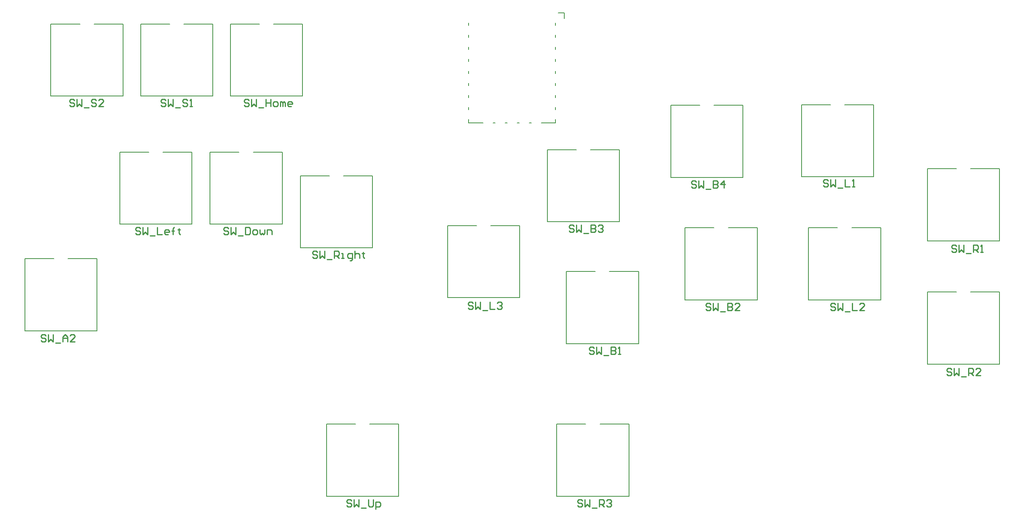
<source format=gto>
G04*
G04 #@! TF.GenerationSoftware,Altium Limited,CircuitStudio,1.5.2 (30)*
G04*
G04 Layer_Color=15065295*
%FSLAX25Y25*%
%MOIN*%
G70*
G01*
G75*
%ADD24C,0.00591*%
%ADD25C,0.01000*%
D24*
X7480Y149213D02*
X67323D01*
X7480D02*
Y209055D01*
X67323Y149213D02*
Y209055D01*
X7480D02*
X31496D01*
X43307D02*
X67323D01*
X29134Y344094D02*
X88976D01*
X29134D02*
Y403937D01*
X88976Y344094D02*
Y403937D01*
X29134D02*
X53150D01*
X64961D02*
X88976D01*
X456299Y138622D02*
X516142D01*
X456299D02*
Y198465D01*
X516142Y138622D02*
Y198465D01*
X456299D02*
X480315D01*
X492126D02*
X516142D01*
X590551Y234803D02*
X614567D01*
X554724D02*
X578740D01*
X614567Y174961D02*
Y234803D01*
X554724Y174961D02*
Y234803D01*
Y174961D02*
X614567D01*
X440551Y239764D02*
X500394D01*
X440551D02*
Y299606D01*
X500394Y239764D02*
Y299606D01*
X440551D02*
X464567D01*
X476378D02*
X500394D01*
X578740Y336496D02*
X602756D01*
X542913D02*
X566929D01*
X602756Y276654D02*
Y336496D01*
X542913Y276654D02*
Y336496D01*
Y276654D02*
X602756D01*
X161024Y237795D02*
X220866D01*
X161024D02*
Y297638D01*
X220866Y237795D02*
Y297638D01*
X161024D02*
X185039D01*
X196850D02*
X220866D01*
X213779Y403937D02*
X237795D01*
X177953D02*
X201969D01*
X237795Y344094D02*
Y403937D01*
X177953Y344094D02*
Y403937D01*
Y344094D02*
X237795D01*
X651181Y277165D02*
X711024D01*
X651181D02*
Y337008D01*
X711024Y277165D02*
Y337008D01*
X651181D02*
X675197D01*
X687008D02*
X711024D01*
X692913Y234803D02*
X716929D01*
X657087D02*
X681102D01*
X716929Y174961D02*
Y234803D01*
X657087Y174961D02*
Y234803D01*
Y174961D02*
X716929D01*
X357874Y176772D02*
X417717D01*
X357874D02*
Y236614D01*
X417717Y176772D02*
Y236614D01*
X357874D02*
X381890D01*
X393701D02*
X417717D01*
X122047Y297638D02*
X146063D01*
X86221D02*
X110236D01*
X146063Y237795D02*
Y297638D01*
X86221Y237795D02*
Y297638D01*
Y237795D02*
X146063D01*
X755512Y224016D02*
X815354D01*
X755512D02*
Y283858D01*
X815354Y224016D02*
Y283858D01*
X755512D02*
X779528D01*
X791339D02*
X815354D01*
X791339Y181496D02*
X815354D01*
X755512D02*
X779528D01*
X815354Y121653D02*
Y181496D01*
X755512Y121653D02*
Y181496D01*
Y121653D02*
X815354D01*
X448425Y12008D02*
X508268D01*
X448425D02*
Y71850D01*
X508268Y12008D02*
Y71850D01*
X448425D02*
X472441D01*
X484252D02*
X508268D01*
X271654Y277953D02*
X295669D01*
X235827D02*
X259842D01*
X295669Y218110D02*
Y277953D01*
X235827Y218110D02*
Y277953D01*
Y218110D02*
X295669D01*
X103543Y344094D02*
X163386D01*
X103543D02*
Y403937D01*
X163386Y344094D02*
Y403937D01*
X103543D02*
X127559D01*
X139370D02*
X163386D01*
X257480Y12008D02*
X317323D01*
X257480D02*
Y71850D01*
X317323Y12008D02*
Y71850D01*
X257480D02*
X281496D01*
X293307D02*
X317323D01*
X447441Y321850D02*
Y324921D01*
X435630Y321850D02*
X447441D01*
X425472D02*
X427441D01*
X415472D02*
X417441D01*
X405472D02*
X407441D01*
X395472D02*
X397441D01*
X375394D02*
X387205D01*
X375394D02*
Y324921D01*
Y332953D02*
Y334921D01*
Y342953D02*
Y344921D01*
Y352953D02*
Y354921D01*
Y362953D02*
Y364921D01*
Y372953D02*
Y374921D01*
Y382953D02*
Y384921D01*
Y392953D02*
Y394921D01*
Y402953D02*
Y404921D01*
X447441Y332953D02*
Y334921D01*
Y342953D02*
Y344921D01*
Y352953D02*
Y354921D01*
Y362953D02*
Y364921D01*
Y372953D02*
Y374921D01*
Y382953D02*
Y384921D01*
Y392953D02*
Y394921D01*
Y402953D02*
Y404921D01*
X449803Y413189D02*
X454528D01*
Y408465D02*
Y413189D01*
D25*
X24865Y145156D02*
X23865Y146156D01*
X21866D01*
X20866Y145156D01*
Y144156D01*
X21866Y143157D01*
X23865D01*
X24865Y142157D01*
Y141157D01*
X23865Y140157D01*
X21866D01*
X20866Y141157D01*
X26864Y146156D02*
Y140157D01*
X28863Y142157D01*
X30863Y140157D01*
Y146156D01*
X32862Y139158D02*
X36861D01*
X38860Y140157D02*
Y144156D01*
X40860Y146156D01*
X42859Y144156D01*
Y140157D01*
Y143157D01*
X38860D01*
X48857Y140157D02*
X44858D01*
X48857Y144156D01*
Y145156D01*
X47857Y146156D01*
X45858D01*
X44858Y145156D01*
X48487Y340431D02*
X47487Y341431D01*
X45488D01*
X44488Y340431D01*
Y339432D01*
X45488Y338432D01*
X47487D01*
X48487Y337432D01*
Y336433D01*
X47487Y335433D01*
X45488D01*
X44488Y336433D01*
X50486Y341431D02*
Y335433D01*
X52486Y337432D01*
X54485Y335433D01*
Y341431D01*
X56484Y334433D02*
X60483D01*
X66481Y340431D02*
X65481Y341431D01*
X63482D01*
X62482Y340431D01*
Y339432D01*
X63482Y338432D01*
X65481D01*
X66481Y337432D01*
Y336433D01*
X65481Y335433D01*
X63482D01*
X62482Y336433D01*
X72479Y335433D02*
X68480D01*
X72479Y339432D01*
Y340431D01*
X71479Y341431D01*
X69480D01*
X68480Y340431D01*
X278408Y8345D02*
X277409Y9345D01*
X275409D01*
X274409Y8345D01*
Y7345D01*
X275409Y6346D01*
X277409D01*
X278408Y5346D01*
Y4346D01*
X277409Y3347D01*
X275409D01*
X274409Y4346D01*
X280408Y9345D02*
Y3347D01*
X282407Y5346D01*
X284406Y3347D01*
Y9345D01*
X286406Y2347D02*
X290404D01*
X292404Y9345D02*
Y4346D01*
X293403Y3347D01*
X295403D01*
X296402Y4346D01*
Y9345D01*
X298402Y1347D02*
Y7345D01*
X301401D01*
X302400Y6346D01*
Y4346D01*
X301401Y3347D01*
X298402D01*
X124274Y340431D02*
X123275Y341431D01*
X121275D01*
X120276Y340431D01*
Y339432D01*
X121275Y338432D01*
X123275D01*
X124274Y337432D01*
Y336433D01*
X123275Y335433D01*
X121275D01*
X120276Y336433D01*
X126274Y341431D02*
Y335433D01*
X128273Y337432D01*
X130272Y335433D01*
Y341431D01*
X132272Y334433D02*
X136270D01*
X142269Y340431D02*
X141269Y341431D01*
X139269D01*
X138270Y340431D01*
Y339432D01*
X139269Y338432D01*
X141269D01*
X142269Y337432D01*
Y336433D01*
X141269Y335433D01*
X139269D01*
X138270Y336433D01*
X144268Y335433D02*
X146267D01*
X145267D01*
Y341431D01*
X144268Y340431D01*
X249865Y214644D02*
X248865Y215644D01*
X246866D01*
X245866Y214644D01*
Y213644D01*
X246866Y212645D01*
X248865D01*
X249865Y211645D01*
Y210645D01*
X248865Y209646D01*
X246866D01*
X245866Y210645D01*
X251864Y215644D02*
Y209646D01*
X253864Y211645D01*
X255863Y209646D01*
Y215644D01*
X257862Y208646D02*
X261861D01*
X263860Y209646D02*
Y215644D01*
X266859D01*
X267859Y214644D01*
Y212645D01*
X266859Y211645D01*
X263860D01*
X265860D02*
X267859Y209646D01*
X269858D02*
X271858D01*
X270858D01*
Y213644D01*
X269858D01*
X276856Y207646D02*
X277856D01*
X278855Y208646D01*
Y213644D01*
X275856D01*
X274857Y212645D01*
Y210645D01*
X275856Y209646D01*
X278855D01*
X280855Y215644D02*
Y209646D01*
Y212645D01*
X281855Y213644D01*
X283854D01*
X284854Y212645D01*
Y209646D01*
X287853Y214644D02*
Y213644D01*
X286853D01*
X288852D01*
X287853D01*
Y210645D01*
X288852Y209646D01*
X469550Y8305D02*
X468550Y9305D01*
X466551D01*
X465551Y8305D01*
Y7306D01*
X466551Y6306D01*
X468550D01*
X469550Y5306D01*
Y4307D01*
X468550Y3307D01*
X466551D01*
X465551Y4307D01*
X471549Y9305D02*
Y3307D01*
X473549Y5306D01*
X475548Y3307D01*
Y9305D01*
X477547Y2307D02*
X481546D01*
X483545Y3307D02*
Y9305D01*
X486544D01*
X487544Y8305D01*
Y6306D01*
X486544Y5306D01*
X483545D01*
X485545D02*
X487544Y3307D01*
X489543Y8305D02*
X490543Y9305D01*
X492543D01*
X493542Y8305D01*
Y7306D01*
X492543Y6306D01*
X491543D01*
X492543D01*
X493542Y5306D01*
Y4307D01*
X492543Y3307D01*
X490543D01*
X489543Y4307D01*
X775652Y117203D02*
X774653Y118203D01*
X772653D01*
X771654Y117203D01*
Y116203D01*
X772653Y115204D01*
X774653D01*
X775652Y114204D01*
Y113204D01*
X774653Y112205D01*
X772653D01*
X771654Y113204D01*
X777652Y118203D02*
Y112205D01*
X779651Y114204D01*
X781650Y112205D01*
Y118203D01*
X783650Y111205D02*
X787648D01*
X789648Y112205D02*
Y118203D01*
X792647D01*
X793646Y117203D01*
Y115204D01*
X792647Y114204D01*
X789648D01*
X791647D02*
X793646Y112205D01*
X799645D02*
X795646D01*
X799645Y116203D01*
Y117203D01*
X798645Y118203D01*
X796645D01*
X795646Y117203D01*
X779589Y219565D02*
X778590Y220565D01*
X776590D01*
X775591Y219565D01*
Y218566D01*
X776590Y217566D01*
X778590D01*
X779589Y216566D01*
Y215567D01*
X778590Y214567D01*
X776590D01*
X775591Y215567D01*
X781589Y220565D02*
Y214567D01*
X783588Y216566D01*
X785587Y214567D01*
Y220565D01*
X787587Y213567D02*
X791585D01*
X793585Y214567D02*
Y220565D01*
X796584D01*
X797583Y219565D01*
Y217566D01*
X796584Y216566D01*
X793585D01*
X795584D02*
X797583Y214567D01*
X799583D02*
X801582D01*
X800583D01*
Y220565D01*
X799583Y219565D01*
X103408Y234329D02*
X102409Y235329D01*
X100409D01*
X99410Y234329D01*
Y233329D01*
X100409Y232330D01*
X102409D01*
X103408Y231330D01*
Y230330D01*
X102409Y229331D01*
X100409D01*
X99410Y230330D01*
X105408Y235329D02*
Y229331D01*
X107407Y231330D01*
X109406Y229331D01*
Y235329D01*
X111406Y228331D02*
X115404D01*
X117404Y235329D02*
Y229331D01*
X121402D01*
X126401D02*
X124401D01*
X123402Y230330D01*
Y232330D01*
X124401Y233329D01*
X126401D01*
X127400Y232330D01*
Y231330D01*
X123402D01*
X130399Y229331D02*
Y234329D01*
Y232330D01*
X129400D01*
X131399D01*
X130399D01*
Y234329D01*
X131399Y235329D01*
X135398Y234329D02*
Y233329D01*
X134398D01*
X136398D01*
X135398D01*
Y230330D01*
X136398Y229331D01*
X378999Y172321D02*
X377999Y173321D01*
X376000D01*
X375000Y172321D01*
Y171321D01*
X376000Y170322D01*
X377999D01*
X378999Y169322D01*
Y168323D01*
X377999Y167323D01*
X376000D01*
X375000Y168323D01*
X380998Y173321D02*
Y167323D01*
X382997Y169322D01*
X384997Y167323D01*
Y173321D01*
X386996Y166323D02*
X390995D01*
X392994Y173321D02*
Y167323D01*
X396993D01*
X398992Y172321D02*
X399992Y173321D01*
X401991D01*
X402991Y172321D01*
Y171321D01*
X401991Y170322D01*
X400992D01*
X401991D01*
X402991Y169322D01*
Y168323D01*
X401991Y167323D01*
X399992D01*
X398992Y168323D01*
X679196Y171325D02*
X678196Y172325D01*
X676196D01*
X675197Y171325D01*
Y170326D01*
X676196Y169326D01*
X678196D01*
X679196Y168326D01*
Y167326D01*
X678196Y166327D01*
X676196D01*
X675197Y167326D01*
X681195Y172325D02*
Y166327D01*
X683194Y168326D01*
X685194Y166327D01*
Y172325D01*
X687193Y165327D02*
X691192D01*
X693191Y172325D02*
Y166327D01*
X697190D01*
X703188D02*
X699189D01*
X703188Y170326D01*
Y171325D01*
X702188Y172325D01*
X700189D01*
X699189Y171325D01*
X673290Y273699D02*
X672290Y274699D01*
X670291D01*
X669291Y273699D01*
Y272699D01*
X670291Y271700D01*
X672290D01*
X673290Y270700D01*
Y269701D01*
X672290Y268701D01*
X670291D01*
X669291Y269701D01*
X675289Y274699D02*
Y268701D01*
X677289Y270700D01*
X679288Y268701D01*
Y274699D01*
X681287Y267701D02*
X685286D01*
X687286Y274699D02*
Y268701D01*
X691284D01*
X693284D02*
X695283D01*
X694283D01*
Y274699D01*
X693284Y273699D01*
X193172Y340431D02*
X192172Y341431D01*
X190173D01*
X189173Y340431D01*
Y339432D01*
X190173Y338432D01*
X192172D01*
X193172Y337432D01*
Y336433D01*
X192172Y335433D01*
X190173D01*
X189173Y336433D01*
X195171Y341431D02*
Y335433D01*
X197171Y337432D01*
X199170Y335433D01*
Y341431D01*
X201169Y334433D02*
X205168D01*
X207167Y341431D02*
Y335433D01*
Y338432D01*
X211166D01*
Y341431D01*
Y335433D01*
X214165D02*
X216164D01*
X217164Y336433D01*
Y338432D01*
X216164Y339432D01*
X214165D01*
X213165Y338432D01*
Y336433D01*
X214165Y335433D01*
X219163D02*
Y339432D01*
X220163D01*
X221163Y338432D01*
Y335433D01*
Y338432D01*
X222163Y339432D01*
X223162Y338432D01*
Y335433D01*
X228161D02*
X226161D01*
X225162Y336433D01*
Y338432D01*
X226161Y339432D01*
X228161D01*
X229160Y338432D01*
Y337432D01*
X225162D01*
X176243Y234329D02*
X175243Y235329D01*
X173244D01*
X172244Y234329D01*
Y233329D01*
X173244Y232330D01*
X175243D01*
X176243Y231330D01*
Y230330D01*
X175243Y229331D01*
X173244D01*
X172244Y230330D01*
X178242Y235329D02*
Y229331D01*
X180242Y231330D01*
X182241Y229331D01*
Y235329D01*
X184240Y228331D02*
X188239D01*
X190238Y235329D02*
Y229331D01*
X193237D01*
X194237Y230330D01*
Y234329D01*
X193237Y235329D01*
X190238D01*
X197236Y229331D02*
X199235D01*
X200235Y230330D01*
Y232330D01*
X199235Y233329D01*
X197236D01*
X196236Y232330D01*
Y230330D01*
X197236Y229331D01*
X202234Y233329D02*
Y230330D01*
X203234Y229331D01*
X204234Y230330D01*
X205233Y229331D01*
X206233Y230330D01*
Y233329D01*
X208232Y229331D02*
Y233329D01*
X211231D01*
X212231Y232330D01*
Y229331D01*
X564038Y272715D02*
X563038Y273715D01*
X561039D01*
X560039Y272715D01*
Y271715D01*
X561039Y270716D01*
X563038D01*
X564038Y269716D01*
Y268716D01*
X563038Y267717D01*
X561039D01*
X560039Y268716D01*
X566037Y273715D02*
Y267717D01*
X568037Y269716D01*
X570036Y267717D01*
Y273715D01*
X572036Y266717D02*
X576034D01*
X578034Y273715D02*
Y267717D01*
X581033D01*
X582032Y268716D01*
Y269716D01*
X581033Y270716D01*
X578034D01*
X581033D01*
X582032Y271715D01*
Y272715D01*
X581033Y273715D01*
X578034D01*
X587031Y267717D02*
Y273715D01*
X584032Y270716D01*
X588030D01*
X462660Y236298D02*
X461660Y237297D01*
X459661D01*
X458661Y236298D01*
Y235298D01*
X459661Y234298D01*
X461660D01*
X462660Y233299D01*
Y232299D01*
X461660Y231299D01*
X459661D01*
X458661Y232299D01*
X464660Y237297D02*
Y231299D01*
X466659Y233299D01*
X468658Y231299D01*
Y237297D01*
X470657Y230299D02*
X474656D01*
X476656Y237297D02*
Y231299D01*
X479655D01*
X480654Y232299D01*
Y233299D01*
X479655Y234298D01*
X476656D01*
X479655D01*
X480654Y235298D01*
Y236298D01*
X479655Y237297D01*
X476656D01*
X482654Y236298D02*
X483653Y237297D01*
X485653D01*
X486652Y236298D01*
Y235298D01*
X485653Y234298D01*
X484653D01*
X485653D01*
X486652Y233299D01*
Y232299D01*
X485653Y231299D01*
X483653D01*
X482654Y232299D01*
X575849Y171325D02*
X574849Y172325D01*
X572850D01*
X571850Y171325D01*
Y170326D01*
X572850Y169326D01*
X574849D01*
X575849Y168326D01*
Y167326D01*
X574849Y166327D01*
X572850D01*
X571850Y167326D01*
X577848Y172325D02*
Y166327D01*
X579848Y168326D01*
X581847Y166327D01*
Y172325D01*
X583847Y165327D02*
X587845D01*
X589845Y172325D02*
Y166327D01*
X592844D01*
X593843Y167326D01*
Y168326D01*
X592844Y169326D01*
X589845D01*
X592844D01*
X593843Y170326D01*
Y171325D01*
X592844Y172325D01*
X589845D01*
X599841Y166327D02*
X595843D01*
X599841Y170326D01*
Y171325D01*
X598842Y172325D01*
X596842D01*
X595843Y171325D01*
X479392Y134920D02*
X478393Y135919D01*
X476393D01*
X475394Y134920D01*
Y133920D01*
X476393Y132920D01*
X478393D01*
X479392Y131921D01*
Y130921D01*
X478393Y129921D01*
X476393D01*
X475394Y130921D01*
X481392Y135919D02*
Y129921D01*
X483391Y131921D01*
X485391Y129921D01*
Y135919D01*
X487390Y128922D02*
X491389D01*
X493388Y135919D02*
Y129921D01*
X496387D01*
X497387Y130921D01*
Y131921D01*
X496387Y132920D01*
X493388D01*
X496387D01*
X497387Y133920D01*
Y134920D01*
X496387Y135919D01*
X493388D01*
X499386Y129921D02*
X501385D01*
X500386D01*
Y135919D01*
X499386Y134920D01*
M02*

</source>
